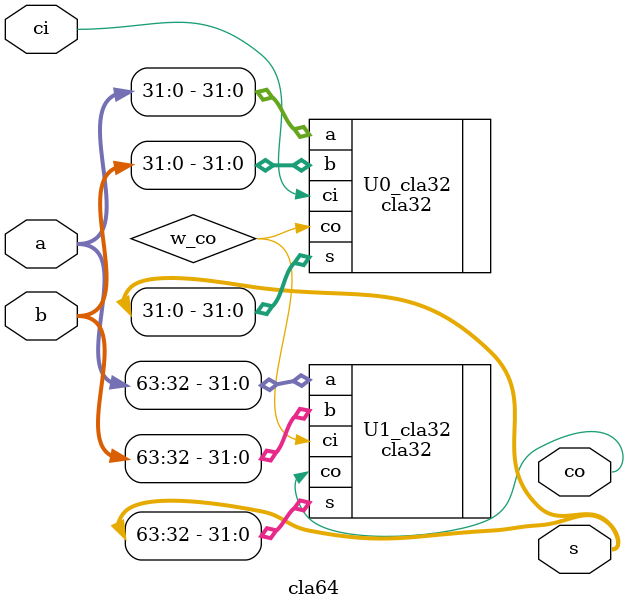
<source format=v>
module cla64(a,b,ci,s,co);			//64-bit cla module
	input [63:0] a,b;					//input port data1, data2
	input ci;							//input port carry in
	output [63:0] s;					//output port 64-bit result data
	output co;							//output carry out
	
	wire w_co;							//wire carry

//two instance of cla32	
cla32 U0_cla32(.a(a[31:0]),.b(b[31:0]),.ci(ci),.s(s[31:0]),.co(w_co));
cla32 U1_cla32(.a(a[63:32]),.b(b[63:32]),.ci(w_co),.s(s[63:32]),.co(co));


endmodule


</source>
